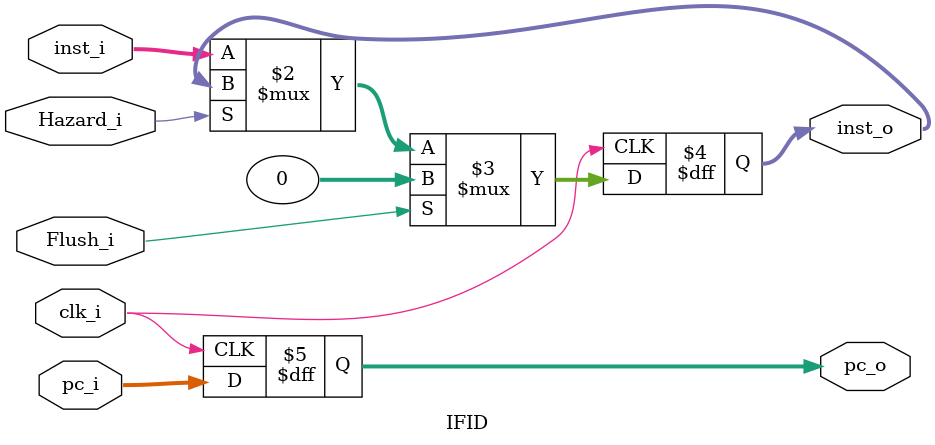
<source format=v>
module IFID
(
	clk_i,
	pc_i, inst_i,
	pc_o, inst_o,
	Hazard_i, Flush_i,
);

input			clk_i;
input	[31:0]	inst_i, pc_i;
output	[31:0]	inst_o, pc_o;
reg		[31:0]	inst_o, pc_o;

input			Hazard_i, Flush_i;

always@(posedge clk_i) begin
    inst_o <= ((Flush_i) ? 32'b0 : 
    		  ((Hazard_i) ? inst_o : inst_i)); //flush or stall or normal
    pc_o <= pc_i;
end

endmodule
</source>
